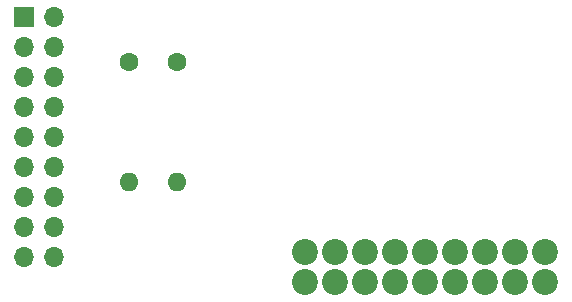
<source format=gbr>
%TF.GenerationSoftware,KiCad,Pcbnew,9.0.0*%
%TF.CreationDate,2025-03-24T14:10:49-05:00*%
%TF.ProjectId,DIIN-proyecto,4449494e-2d70-4726-9f79-6563746f2e6b,rev?*%
%TF.SameCoordinates,Original*%
%TF.FileFunction,Soldermask,Top*%
%TF.FilePolarity,Negative*%
%FSLAX46Y46*%
G04 Gerber Fmt 4.6, Leading zero omitted, Abs format (unit mm)*
G04 Created by KiCad (PCBNEW 9.0.0) date 2025-03-24 14:10:49*
%MOMM*%
%LPD*%
G01*
G04 APERTURE LIST*
%ADD10O,1.700000X1.700000*%
%ADD11R,1.700000X1.700000*%
%ADD12O,1.600000X1.600000*%
%ADD13C,1.600000*%
%ADD14C,2.200000*%
G04 APERTURE END LIST*
D10*
%TO.C,J1*%
X140040000Y-72950000D03*
X137500000Y-72950000D03*
X140040000Y-70410000D03*
X137500000Y-70410000D03*
X140040000Y-67870000D03*
X137500000Y-67870000D03*
X140040000Y-65330000D03*
X137500000Y-65330000D03*
X140040000Y-62790000D03*
X137500000Y-62790000D03*
X140040000Y-60250000D03*
X137500000Y-60250000D03*
X140040000Y-57710000D03*
X137500000Y-57710000D03*
X140040000Y-55170000D03*
X137500000Y-55170000D03*
X140040000Y-52630000D03*
D11*
X137500000Y-52630000D03*
%TD*%
D12*
%TO.C,R1*%
X150500000Y-66580000D03*
D13*
X150500000Y-56420000D03*
%TD*%
D12*
%TO.C,R2*%
X146450000Y-66580000D03*
D13*
X146450000Y-56420000D03*
%TD*%
D14*
%TO.C,U9*%
X161350000Y-72470000D03*
X161350000Y-75010000D03*
X163890000Y-72470000D03*
X163890000Y-75010000D03*
X166430000Y-72470000D03*
X166430000Y-75010000D03*
X168970000Y-72470000D03*
X168970000Y-75010000D03*
X171510000Y-72470000D03*
X171510000Y-75010000D03*
X174050000Y-72470000D03*
X174050000Y-75010000D03*
X176590000Y-72470000D03*
X176590000Y-75010000D03*
X179130000Y-72470000D03*
X179130000Y-75010000D03*
X181670000Y-72470000D03*
X181670000Y-75010000D03*
%TD*%
M02*

</source>
